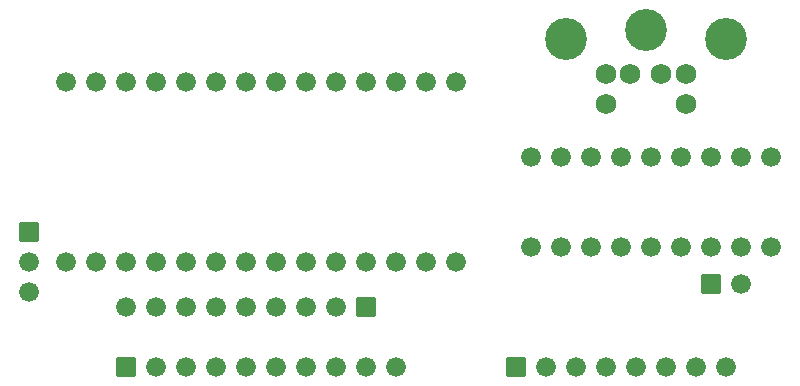
<source format=gbs>
G04 Layer: BottomSolderMaskLayer*
G04 EasyEDA v6.5.39, 2024-02-04 18:14:41*
G04 2f83d60dcc7a4208ae63cd86e36a5a3b,5509f98a9368439c9cde498926e245b9,10*
G04 Gerber Generator version 0.2*
G04 Scale: 100 percent, Rotated: No, Reflected: No *
G04 Dimensions in inches *
G04 leading zeros omitted , absolute positions ,3 integer and 6 decimal *
%FSLAX36Y36*%
%MOIN*%

%AMMACRO1*1,1,$1,$2,$3*1,1,$1,$4,$5*1,1,$1,0-$2,0-$3*1,1,$1,0-$4,0-$5*20,1,$1,$2,$3,$4,$5,0*20,1,$1,$4,$5,0-$2,0-$3,0*20,1,$1,0-$2,0-$3,0-$4,0-$5,0*20,1,$1,0-$4,0-$5,$2,$3,0*4,1,4,$2,$3,$4,$5,0-$2,0-$3,0-$4,0-$5,$2,$3,0*%
%ADD10C,0.0660*%
%ADD11MACRO1,0.004X-0.031X0.031X0.031X0.031*%
%ADD12MACRO1,0.004X0.031X0.031X0.031X-0.031*%
%ADD13C,0.0690*%
%ADD14C,0.1398*%
%ADD15MACRO1,0.004X0.031X-0.0315X-0.031X-0.0315*%

%LPD*%
D10*
G01*
X2650000Y500000D03*
G01*
X2550000Y500000D03*
G01*
X2450000Y500000D03*
G01*
X2350000Y500000D03*
G01*
X2250000Y500000D03*
G01*
X2150000Y500000D03*
G01*
X2050000Y500000D03*
G01*
X1950000Y500000D03*
G01*
X1850000Y500000D03*
G01*
X1850000Y800000D03*
G01*
X1950000Y800000D03*
G01*
X2050000Y800000D03*
G01*
X2150000Y800000D03*
G01*
X2250000Y800000D03*
G01*
X2350000Y800000D03*
G01*
X2450000Y800000D03*
G01*
X2550000Y800000D03*
G01*
X2650000Y800000D03*
G01*
X300000Y1050000D03*
G01*
X400000Y1050000D03*
G01*
X500000Y1050000D03*
G01*
X600000Y1050000D03*
G01*
X700000Y1050000D03*
G01*
X800000Y1050000D03*
G01*
X900060Y1050000D03*
G01*
X1000000Y1050000D03*
G01*
X1100000Y1050000D03*
G01*
X1200000Y1050000D03*
G01*
X1300000Y1050000D03*
G01*
X1400000Y1050000D03*
G01*
X1500000Y1050000D03*
G01*
X1600000Y1050000D03*
G01*
X1600000Y450000D03*
G01*
X1500000Y450000D03*
G01*
X1400000Y450000D03*
G01*
X1300000Y450000D03*
G01*
X1200000Y450000D03*
G01*
X1100000Y450000D03*
G01*
X1000000Y450000D03*
G01*
X900000Y450000D03*
G01*
X800000Y450000D03*
G01*
X700000Y450000D03*
G01*
X600000Y450000D03*
G01*
X500000Y450000D03*
G01*
X400000Y450000D03*
G01*
X300000Y450000D03*
G01*
X1000000Y100000D03*
D11*
G01*
X500000Y100000D03*
D10*
G01*
X600000Y100000D03*
G01*
X700000Y100000D03*
G01*
X800000Y100000D03*
G01*
X900000Y100000D03*
G01*
X1100000Y100000D03*
G01*
X1200000Y100000D03*
G01*
X1300000Y100000D03*
G01*
X1400000Y100000D03*
D11*
G01*
X1800000Y100000D03*
D10*
G01*
X1900000Y100000D03*
G01*
X2000000Y100000D03*
G01*
X2100000Y100000D03*
G01*
X2200000Y100000D03*
G01*
X2300000Y100000D03*
G01*
X2400000Y100000D03*
G01*
X2500000Y100000D03*
G01*
X175000Y350000D03*
G01*
X175000Y450000D03*
D12*
G01*
X175000Y550000D03*
D13*
G01*
X2180000Y1075000D03*
G01*
X2282359Y1075000D03*
G01*
X2097319Y1075000D03*
G01*
X2365039Y1075000D03*
G01*
X2097319Y976579D03*
G01*
X2365039Y976579D03*
D14*
G01*
X1965429Y1193110D03*
G01*
X2231180Y1224609D03*
G01*
X2496930Y1193110D03*
D11*
G01*
X2450000Y375000D03*
D10*
G01*
X2550000Y375000D03*
D15*
G01*
X1300000Y300000D03*
D10*
G01*
X1200000Y300000D03*
G01*
X1100000Y300000D03*
G01*
X1000000Y300000D03*
G01*
X900000Y300000D03*
G01*
X800000Y300000D03*
G01*
X700000Y300000D03*
G01*
X600000Y300000D03*
G01*
X500000Y300000D03*
M02*

</source>
